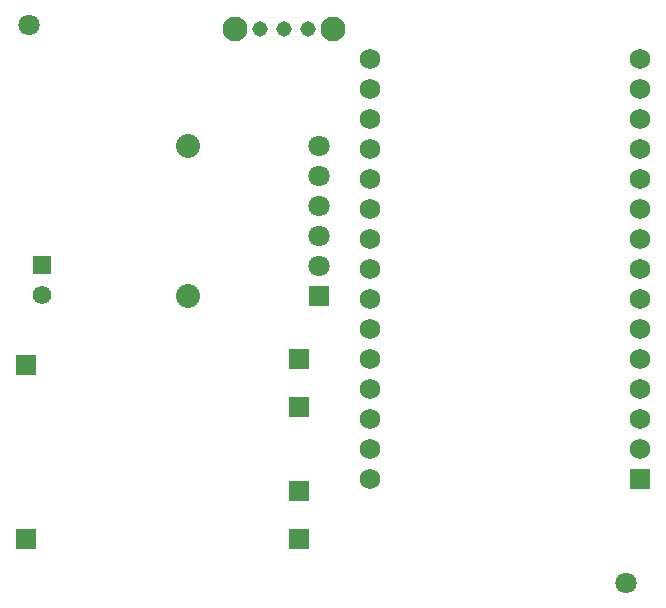
<source format=gbr>
G04*
G04 #@! TF.GenerationSoftware,Altium Limited,Altium Designer,24.6.1 (21)*
G04*
G04 Layer_Color=255*
%FSLAX44Y44*%
%MOMM*%
G71*
G04*
G04 #@! TF.SameCoordinates,8B27C9E9-A4C2-4BD9-AFE1-7C446D6426E9*
G04*
G04*
G04 #@! TF.FilePolarity,Positive*
G04*
G01*
G75*
%ADD27C,1.8000*%
%ADD28C,1.3080*%
%ADD29C,2.1000*%
%ADD30C,1.7526*%
%ADD31R,1.7526X1.7526*%
%ADD32R,1.5750X1.5750*%
%ADD33C,1.5750*%
%ADD34R,1.8000X1.8000*%
%ADD35C,1.8000*%
%ADD36R,1.8000X1.8000*%
%ADD37C,2.0320*%
D27*
X919247Y1240364D02*
D03*
X1424940Y768350D02*
D03*
D28*
X1155060Y1236980D02*
D03*
X1115060D02*
D03*
X1135060D02*
D03*
D29*
X1176560D02*
D03*
X1093560D02*
D03*
D30*
X1207770Y1211580D02*
D03*
Y1186180D02*
D03*
Y1160780D02*
D03*
Y1135380D02*
D03*
Y1109980D02*
D03*
Y1084580D02*
D03*
Y1059180D02*
D03*
Y1033780D02*
D03*
Y1008380D02*
D03*
Y982980D02*
D03*
Y957580D02*
D03*
Y932180D02*
D03*
Y906780D02*
D03*
Y881380D02*
D03*
Y855980D02*
D03*
X1436370Y1211580D02*
D03*
Y1186180D02*
D03*
Y1160780D02*
D03*
Y1135380D02*
D03*
Y1109980D02*
D03*
Y1084580D02*
D03*
Y1059180D02*
D03*
Y1033780D02*
D03*
Y1008380D02*
D03*
Y982980D02*
D03*
Y957580D02*
D03*
Y932180D02*
D03*
Y906780D02*
D03*
Y881380D02*
D03*
D31*
Y855980D02*
D03*
D32*
X929810Y1037390D02*
D03*
D33*
Y1012390D02*
D03*
D34*
X916940Y952500D02*
D03*
Y805180D02*
D03*
X1148080Y957580D02*
D03*
Y805180D02*
D03*
Y916940D02*
D03*
Y845820D02*
D03*
D35*
X1164590Y1137920D02*
D03*
Y1112520D02*
D03*
Y1087120D02*
D03*
Y1061720D02*
D03*
Y1036320D02*
D03*
D36*
Y1010920D02*
D03*
D37*
X1054100D02*
D03*
Y1137920D02*
D03*
M02*

</source>
